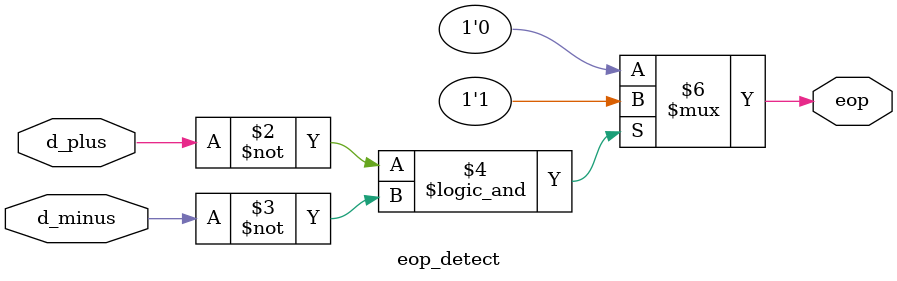
<source format=sv>
module eop_detect (
  input logic d_plus,
  input logic d_minus,
  output logic eop
);

always_comb begin
  if(d_plus == 0 && d_minus == 0)
    eop = 1;
  else
    eop = 0;
end
  
endmodule
</source>
